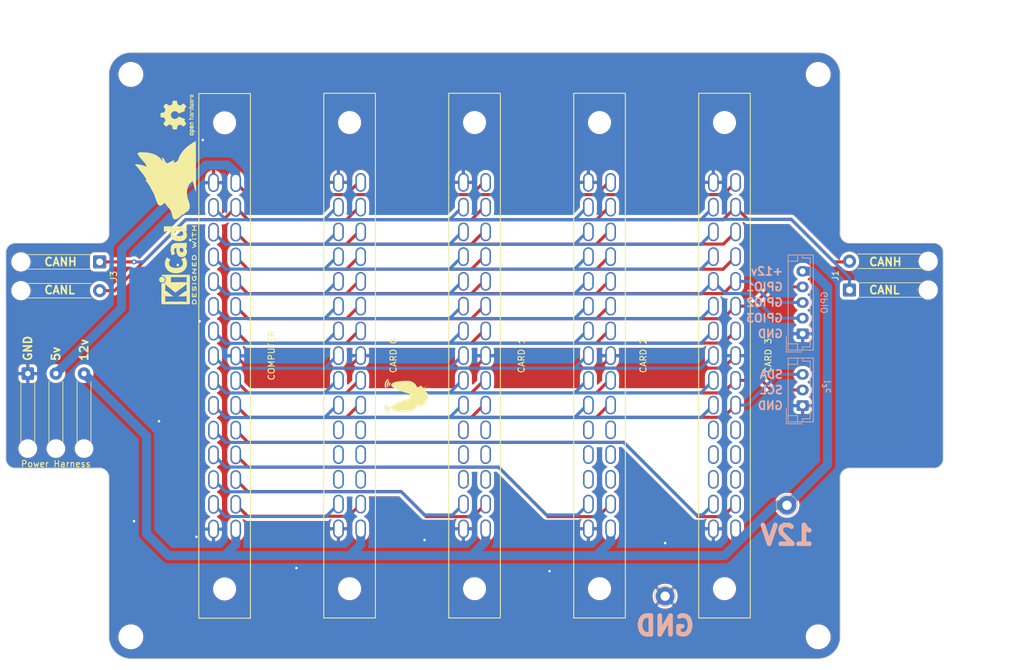
<source format=kicad_pcb>
(kicad_pcb (version 20240108) (generator "pcbnew") (generator_version "8.0")
  (layers (0 "F.Cu" signal) (31 "B.Cu" signal) (34 "B.Paste" user) (35 "F.Paste" user) (36 "B.SilkS" user "B.Silkscreen") (37 "F.SilkS" user "F.Silkscreen") (38 "B.Mask" user) (39 "F.Mask" user) (44 "Edge.Cuts" user))
  (net 0 "")
  (net 1 "+5V")
  (net 2 "/CARD_EN_0")
  (net 3 "/CARD_EN_1")
  (net 4 "/CARD_EN_2")
  (net 5 "/CARD_EN_3")
  (net 6 "GND")
  (net 7 "+12V")
  (net 8 "/CARD_SEL_0")
  (net 9 "/CARD_SEL_1")
  (net 10 "/CARD_SEL_2")
  (net 11 "/CARD_SEL_3")
  (net 12 "/I2C_CLK")
  (net 13 "/I2C_SDA")
  (net 14 "/SPI_CLK")
  (net 15 "/SPI_SDA1")
  (net 16 "/SPI_SDA2")
  (net 17 "/SPI_SDO")
  (net 18 "/SPI_SDA3")
  (net 19 "/GPIO1")
  (net 20 "/SPI_SDA4")
  (net 21 "/GPIO2")
  (net 22 "/GPIO3")
  (net 23 "/UNUSED1")
  (net 24 "/UNUSED2")
  (net 25 "/UNUSED3")
  (net 26 "/UNUSED4")
  (net 27 "/CANH")
  (net 28 "/CANL")
  (footprint "KenwoodFox:fennec_logo_solid_small" (layer "F.Cu") (at -11 6.5 90)
    (property "Reference" "LOGO2" (hide yes))
    (property "Value" "LOGO" (hide yes))
  )
  (footprint "Symbol:KiCad-Logo2_5mm_SilkScreen" (layer "F.Cu") (at -47.5 -14.5 90)
    (property "Reference" "LOGO5" (hide yes))
    (property "Value" "KiCad-Logo2_5mm_SilkScreen" (hide yes))
  )
  (footprint "MountingHole:MountingHole_3.5mm" (layer "F.Cu") (at 55 -45)
    (property "Reference" "H103" (hide yes))
    (property "Value" "MountingHole")
  )
  (footprint "KenwoodFox:KITSUNE_LOGO" (layer "F.Cu") (at -49.5 -28 90)
    (property "Reference" "LOGO1" (hide yes))
    (property "Value" "LOGO" (hide yes))
  )
  (footprint "MountingHole:MountingHole_3.5mm" (layer "F.Cu") (at -55 -45)
    (property "Reference" "H101" (hide yes))
    (property "Value" "MountingHole")
  )
  (footprint "MountingHole:MountingHole_3.5mm" (layer "F.Cu") (at 55 45)
    (property "Reference" "H104" (hide yes))
    (property "Value" "MountingHole")
  )
  (footprint "KenwoodFox:EBM15DSEH" (layer "F.Cu") (at 40 0 90)
    (property "Reference" "U105" (hide yes))
    (property "Value" "CARD 3")
  )
  (footprint "Connector_Wire:SolderWire-0.5sqmm_1x02_P4.6mm_D0.9mm_OD2.1mm_Relief" (layer "F.Cu") (at 60 -10.5 90)
    (property "Reference" "J1")
    (property "Value" "CAN")
  )
  (footprint "Connector_Wire:SolderWire-0.5sqmm_1x02_P4.6mm_D0.9mm_OD2.1mm_Relief" (layer "F.Cu") (at -60 -15 -90)
    (property "Reference" "J3")
    (property "Value" "CAN")
  )
  (footprint "MountingHole:MountingHole_3.5mm" (layer "F.Cu") (at -55 45)
    (property "Reference" "H102" (hide yes))
    (property "Value" "MountingHole")
  )
  (footprint "KenwoodFox:EBM15DSEH" (layer "F.Cu") (at 20 0 90)
    (property "Reference" "U104" (hide yes))
    (property "Value" "CARD 2")
  )
  (footprint "Symbol:OSHW-Logo2_7.3x6mm_SilkScreen" (layer "F.Cu") (at -47.5 -38.5 90)
    (property "Reference" "LOGO3" (hide yes))
    (property "Value" "OSHW-Logo2_7.3x6mm_SilkScreen" (hide yes))
  )
  (footprint "KenwoodFox:EBM15DSEH" (layer "F.Cu") (at -20 0 90)
    (property "Reference" "U102" (hide yes))
    (property "Value" "CARD 0")
  )
  (footprint "Connector_Wire:SolderWire-0.25sqmm_1x03_P4.5mm_D0.65mm_OD2mm_Relief" (layer "F.Cu") (at -71.5 2.875)
    (property "Reference" "J2" (hide yes))
    (property "Value" "Power Harness")
  )
  (footprint "KenwoodFox:EBM15DSEH" (layer "F.Cu") (at -40 0.04 90)
    (property "Reference" "U101" (hide yes))
    (property "Value" "COMPUTER")
  )
  (footprint "KenwoodFox:EBM15DSEH" (layer "F.Cu") (at 0 0 90)
    (property "Reference" "U103" (hide yes))
    (property "Value" "CARD 1")
  )
  (footprint "Connector_JST:JST_EH_B3B-EH-A_1x03_P2.50mm_Vertical" (layer "B.Cu") (at 52.5 8 90)
    (property "Reference" "J102" (hide yes))
    (property "Value" "i²c")
  )
  (footprint "TestPoint:TestPoint_Loop_D2.54mm_Drill1.5mm_Beaded" (layer "B.Cu") (at 30.5 38.5 180)
    (property "Reference" "TP102" (hide yes))
    (property "Value" "TestPoint")
  )
  (footprint "TestPoint:TestPoint_Loop_D2.54mm_Drill1.5mm_Beaded" (layer "B.Cu") (at 50 23.95 180)
    (property "Reference" "TP101" (hide yes))
    (property "Value" "TestPoint")
  )
  (footprint "Connector_JST:JST_EH_B5B-EH-A_1x05_P2.50mm_Vertical" (layer "B.Cu") (at 52.5 -3.5 90)
    (property "Reference" "J104" (hide yes))
    (property "Value" "GPIO")
  )
  (gr_arc (start 55 -48.5) (mid 57.474874 -47.474874) (end 58.5 -45) (stroke (width 0.1)) (layer "Edge.Cuts"))
  (gr_arc (start -73.5 18) (mid -74.56066 17.56066) (end -75 16.5) (stroke (width 0.1)) (layer "Edge.Cuts"))
  (gr_arc (start -58.5 -19.5) (mid -58.93934 -18.43934) (end -60 -18) (stroke (width 0.1)) (layer "Edge.Cuts"))
  (gr_line (start -75 16.5) (end -75 -16.5) (stroke (width 0.1)) (layer "Edge.Cuts"))
  (gr_arc (start 75 16.5) (mid 74.56066 17.56066) (end 73.5 18) (stroke (width 0.1)) (layer "Edge.Cuts"))
  (gr_line (start 75 -16.5) (end 75 16.5) (stroke (width 0.1)) (layer "Edge.Cuts"))
  (gr_arc (start -55 48.5) (mid -57.474874 47.474874) (end -58.5 45) (stroke (width 0.1)) (layer "Edge.Cuts"))
  (gr_line (start 58.5 45) (end 58.5 19.5) (stroke (width 0.1)) (layer "Edge.Cuts"))
  (gr_line (start -55 -48.5) (end 55 -48.5) (stroke (width 0.1)) (layer "Edge.Cuts"))
  (gr_arc (start -60 18) (mid -58.93934 18.43934) (end -58.5 19.5) (stroke (width 0.1)) (layer "Edge.Cuts"))
  (gr_line (start -58.5 -45) (end -58.5 -19.5) (stroke (width 0.1)) (layer "Edge.Cuts"))
  (gr_arc (start 60 -18) (mid 58.93934 -18.43934) (end 58.5 -19.5) (stroke (width 0.1)) (layer "Edge.Cuts"))
  (gr_line (start 58.5 -19.5) (end 58.5 -45) (stroke (width 0.1)) (layer "Edge.Cuts"))
  (gr_arc (start -75 -16.5) (mid -74.56066 -17.56066) (end -73.5 -18) (stroke (width 0.1)) (layer "Edge.Cuts"))
  (gr_arc (start 58.5 19.5) (mid 58.93934 18.43934) (end 60 18) (stroke (width 0.1)) (layer "Edge.Cuts"))
  (gr_line (start -73.5 18) (end -60 18) (stroke (width 0.1)) (layer "Edge.Cuts"))
  (gr_line (start -58.5 19.5) (end -58.5 45) (stroke (width 0.1)) (layer "Edge.Cuts"))
  (gr_arc (start -58.49999 -44.99999) (mid -57.47487 -47.474863) (end -55 -48.5) (stroke (width 0.1)) (layer "Edge.Cuts"))
  (gr_arc (start 58.5 45) (mid 57.474874 47.474874) (end 55 48.5) (stroke (width 0.1)) (layer "Edge.Cuts"))
  (gr_line (start 73.5 18) (end 60 18) (stroke (width 0.1)) (layer "Edge.Cuts"))
  (gr_line (start 55 48.5) (end -55 48.5) (stroke (width 0.1)) (layer "Edge.Cuts"))
  (gr_line (start 73.5 -18) (end 60 -18) (stroke (width 0.1)) (layer "Edge.Cuts"))
  (gr_arc (start 73.5 -18) (mid 74.56066 -17.56066) (end 75 -16.5) (stroke (width 0.1)) (layer "Edge.Cuts"))
  (gr_line (start -73.5 -18) (end -60 -18) (stroke (width 0.1)) (layer "Edge.Cuts"))
  (gr_text "+12v" (at 49.5 -13.5 0) (layer "B.SilkS") (effects (font (size 1.3 1.3) (thickness 0.27) (bold yes)) (justify left mirror)))
  (gr_text "GPIO2" (at 49.5 -8.5 0) (layer "B.SilkS") (effects (font (size 1.3 1.3) (thickness 0.27) (bold yes)) (justify left mirror)))
  (gr_text "12V" (at 50 27 0) (layer "B.SilkS") (effects (font (size 3 3) (thickness 0.75) (bold yes)) (justify top mirror)))
  (gr_text "GND" (at 49.5 -3.5 0) (layer "B.SilkS") (effects (font (size 1.3 1.3) (thickness 0.27) (bold yes)) (justify left mirror)))
  (gr_text "SDA" (at 49.5 3 0) (layer "B.SilkS") (effects (font (size 1.3 1.3) (thickness 0.27) (bold yes)) (justify left mirror)))
  (gr_text "GND" (at 49.5 8 0) (layer "B.SilkS") (effects (font (size 1.3 1.3) (thickness 0.27) (bold yes)) (justify left mirror)))
  (gr_text "GPIO3" (at 49.5 -6 0) (layer "B.SilkS") (effects (font (size 1.3 1.3) (thickness 0.27) (bold yes)) (justify left mirror)))
  (gr_text "SCL" (at 49.5 5.5 0) (layer "B.SilkS") (effects (font (size 1.3 1.3) (thickness 0.27) (bold yes)) (justify left mirror)))
  (gr_text "GPIO1" (at 49.5 -11 0) (layer "B.SilkS") (effects (font (size 1.3 1.3) (thickness 0.27) (bold yes)) (justify left mirror)))
  (gr_text "GND" (at 30.5 41.5 0) (layer "B.SilkS") (effects (font (size 3 3) (thickness 0.75) (bold yes)) (justify top mirror)))
  (gr_text "CANH" (at -69 -15 -0) (layer "F.SilkS") (effects (font (size 1.3 1.3) (thickness 0.27) (bold yes)) (justify left)))
  (gr_text "CANL" (at -69 -10.5 -0) (layer "F.SilkS") (effects (font (size 1.3 1.3) (thickness 0.27) (bold yes)) (justify left)))
  (gr_text "GND" (at -71.5 1 90) (layer "F.SilkS") (effects (font (size 1.3 1.3) (thickness 0.27) (bold yes)) (justify left)))
  (gr_text "CANH" (at 63 -15 -0) (layer "F.SilkS") (effects (font (size 1.3 1.3) (thickness 0.27) (bold yes)) (justify left)))
  (gr_text "CANL" (at 63 -10.5 -0) (layer "F.SilkS") (effects (font (size 1.3 1.3) (thickness 0.27) (bold yes)) (justify left)))
  (gr_text "12v" (at -62.5 1 90) (layer "F.SilkS") (effects (font (size 1.3 1.3) (thickness 0.27) (bold yes)) (justify left)))
  (gr_text "5v" (at -67 1 90) (layer "F.SilkS") (effects (font (size 1.3 1.3) (thickness 0.27) (bold yes)) (justify left)))
  (segment (start 21.45 -27.72) (end 19.5 -25.77) (width 0.5) (layer "F.Cu") (net 1))
  (segment (start 21.78 -27.72) (end 21.45 -27.72) (width 0.5) (layer "F.Cu") (net 1))
  (segment (start -36.31 -25.77) (end -38.22 -27.68) (width 0.5) (layer "F.Cu") (net 1))
  (segment (start -20.5 -25.77) (end -36.31 -25.77) (width 0.5) (layer "F.Cu") (net 1))
  (segment (start 1.45 -27.72) (end -0.5 -25.77) (width 0.5) (layer "F.Cu") (net 1))
  (segment (start 19.5 -25.77) (end -0.5 -25.77) (width 0.5) (layer "F.Cu") (net 1))
  (segment (start 1.78 -27.72) (end 1.45 -27.72) (width 0.5) (layer "F.Cu") (net 1))
  (segment (start 39.83 -25.77) (end 19.5 -25.77) (width 0.5) (layer "F.Cu") (net 1))
  (segment (start -18.55 -27.72) (end -20.5 -25.77) (width 0.5) (layer "F.Cu") (net 1))
  (segment (start -0.5 -25.77) (end -20.5 -25.77) (width 0.5) (layer "F.Cu") (net 1))
  (segment (start 41.78 -27.72) (end 39.83 -25.77) (width 0.5) (layer "F.Cu") (net 1))
  (segment (start -18.22 -27.72) (end -18.55 -27.72) (width 0.5) (layer "F.Cu") (net 1))
  (segment (start -56.5 -17) (end -56.5 -7.625) (width 1.45) (layer "B.Cu") (net 1))
  (segment (start -56.5 -7.625) (end -67 2.875) (width 1.45) (layer "B.Cu") (net 1))
  (segment (start -38.22 -27.68) (end -38.22 -29.22) (width 1.45) (layer "B.Cu") (net 1))
  (segment (start -39.5 -30.5) (end -43 -30.5) (width 1.45) (layer "B.Cu") (net 1))
  (segment (start -43 -30.5) (end -56.5 -17) (width 1.45) (layer "B.Cu") (net 1))
  (segment (start -38.22 -29.22) (end -39.5 -30.5) (width 1.45) (layer "B.Cu") (net 1))
  (segment (start -20.17 25.71) (end -18.22 23.76) (width 0.5) (layer "F.Cu") (net 2))
  (segment (start -36.31 25.71) (end -20.17 25.71) (width 0.5) (layer "F.Cu") (net 2))
  (segment (start -38.22 23.8) (end -36.31 25.71) (width 0.5) (layer "F.Cu") (net 2))
  (segment (start -7.73 25.77) (end -0.23 25.77) (width 0.5) (layer "F.Cu") (net 3))
  (segment (start -11.75 21.75) (end -7.73 25.77) (width 0.5) (layer "F.Cu") (net 3))
  (segment (start -38.22 19.84) (end -36.31 21.75) (width 0.5) (layer "F.Cu") (net 3))
  (segment (start -36.31 21.75) (end -11.75 21.75) (width 0.5) (layer "F.Cu") (net 3))
  (segment (start -0.23 25.77) (end 1.78 23.76) (width 0.5) (layer "F.Cu") (net 3))
  (segment (start 3.85 17.85) (end 11.77 25.77) (width 0.5) (layer "F.Cu") (net 4))
  (segment (start -36.25 17.85) (end 3.85 17.85) (width 0.5) (layer "F.Cu") (net 4))
  (segment (start 19.77 25.77) (end 21.78 23.76) (width 0.5) (layer "F.Cu") (net 4))
  (segment (start 11.77 25.77) (end 19.77 25.77) (width 0.5) (layer "F.Cu") (net 4))
  (segment (start -38.22 15.88) (end -36.25 17.85) (width 0.5) (layer "F.Cu") (net 4))
  (segment (start 23.89 13.89) (end 35.77 25.77) (width 0.5) (layer "F.Cu") (net 5))
  (segment (start 39.77 25.77) (end 41.78 23.76) (width 0.5) (layer "F.Cu") (net 5))
  (segment (start 35.77 25.77) (end 39.77 25.77) (width 0.5) (layer "F.Cu") (net 5))
  (segment (start -36.25 13.89) (end 23.89 13.89) (width 0.5) (layer "F.Cu") (net 5))
  (segment (start -38.22 11.92) (end -36.25 13.89) (width 0.5) (layer "F.Cu") (net 5))
  (segment (start -20.22 2) (end 0 2) (width 0.5) (layer "F.Cu") (net 6))
  (segment (start 18.22 27.72) (end 18.22 27.22) (width 0.5) (layer "F.Cu") (net 6))
  (segment (start 39.78 2) (end 41.78 0) (width 0.5) (layer "F.Cu") (net 6))
  (segment (start -21.78 27.72) (end -21.78 27.22) (width 0.5) (layer "F.Cu") (net 6))
  (segment (start -1.78 27.72) (end -1.78 26.76) (width 0.5) (layer "F.Cu") (net 6))
  (segment (start 1.78 0.22) (end 0 2) (width 0.5) (layer "F.Cu") (net 6))
  (segment (start -20.22 2) (end -18.22 0) (width 0.5) (layer "F.Cu") (net 6))
  (segment (start 1.78 0) (end 1.78 0.22) (width 0.5) (layer "F.Cu") (net 6))
  (segment (start 52.42 7.92) (end 52.5 8) (width 0.5) (layer "F.Cu") (net 6))
  (segment (start 21.78 0) (end 21.78 0.22) (width 0.5) (layer "F.Cu") (net 6))
  (segment (start 20 2) (end 39.78 2) (width 0.5) (layer "F.Cu") (net 6))
  (segment (start 21.78 0.22) (end 20 2) (width 0.5) (layer "F.Cu") (net 6))
  (segment (start -38.22 0.04) (end -36.26 2) (width 0.5) (layer "F.Cu") (net 6))
  (segment (start -36.26 2) (end -20.22 2) (width 0.5) (layer "F.Cu") (net 6))
  (segment (start 0 2) (end 20 2) (width 0.5) (layer "F.Cu") (net 6))
  (via (at 30.5 30) (size 0.8) (drill 0.4) (layers "F.Cu" "B.Cu") (net 6))
  (via (at -8 29.5) (size 0.8) (drill 0.4) (layers "F.Cu" "B.Cu") (net 6))
  (via (at -43.5 -34.5) (size 0.8) (drill 0.4) (layers "F.Cu" "B.Cu") (net 6))
  (via (at -44.5 29) (size 0.8) (drill 0.4) (layers "F.Cu" "B.Cu") (net 6))
  (via (at -28.5 34) (size 0.8) (drill 0.4) (layers "F.Cu" "B.Cu") (net 6))
  (via (at -47.5 -14.5) (size 0.8) (drill 0.4) (layers "F.Cu" "B.Cu") (net 6))
  (via (at -44 -5.5) (size 0.8) (drill 0.4) (layers "F.Cu" "B.Cu") (net 6))
  (via (at 12 34.5) (size 0.8) (drill 0.4) (layers "F.Cu" "B.Cu") (net 6))
  (via (at -54.5 26.5) (size 0.8) (drill 0.4) (layers "F.Cu" "B.Cu") (net 6))
  (via (at -50.5 10.5) (size 0.8) (drill 0.4) (layers "F.Cu" "B.Cu") (net 6))
  (via (at -45.5 -18.5) (size 0.8) (drill 0.4) (layers "F.Cu" "B.Cu") (net 6))
  (segment (start 1.78 27.72) (end 1.78 27.32) (width 0.5) (layer "B.Cu") (net 7))
  (segment (start 21.78 27.72) (end 21.78 27.32) (width 0.5) (layer "B.Cu") (net 7))
  (segment (start -20 32) (end -18.22 30.22) (width 1.45) (layer "B.Cu") (net 7))
  (segment (start -62.5 2.875) (end -52.5 12.875) (width 1.45) (layer "B.Cu") (net 7))
  (segment (start -0.5 32) (end 19.5 32) (width 1.45) (layer "B.Cu") (net 7))
  (segment (start 19.5 32) (end 40 32) (width 1.45) (layer "B.Cu") (net 7))
  (segment (start -40 32) (end -20 32) (width 1.45) (layer "B.Cu") (net 7))
  (segment (start -49 32) (end -40 32) (width 1.45) (layer "B.Cu") (net 7))
  (segment (start -40 32) (end -38.22 30.22) (width 1.45) (layer "B.Cu") (net 7))
  (segment (start 40 32) (end 41.78 30.22) (width 1.45) (layer "B.Cu") (net 7))
  (segment (start 48.05 23.95) (end 50 23.95) (width 1.45) (layer "B.Cu") (net 7))
  (segment (start -18.22 30.22) (end -18.22 27.72) (width 1.45) (layer "B.Cu") (net 7))
  (segment (start 1.78 29.72) (end 1.78 27.72) (width 1.45) (layer "B.Cu") (net 7))
  (segment (start 41.78 30.22) (end 41.78 27.72) (width 1.45) (layer "B.Cu") (net 7))
  (segment (start -20 32) (end -0.5 32) (width 1.45) (layer "B.Cu") (net 7))
  (segment (start -52.5 28.5) (end -49 32) (width 1.45) (layer "B.Cu") (net 7))
  (segment (start 56.5 17.45) (end 56.5 -11) (width 1.45) (layer "B.Cu") (net 7))
  (segment (start -0.5 32) (end 1.78 29.72) (width 1.45) (layer "B.Cu") (net 7))
  (segment (start 19.5 32) (end 21.78 29.72) (width 1.45) (layer "B.Cu") (net 7))
  (segment (start -52.5 12.875) (end -52.5 28.5) (width 1.45) (layer "B.Cu") (net 7))
  (segment (start 41.78 30.22) (end 48.05 23.95) (width 1.45) (layer "B.Cu") (net 7))
  (segment (start -18.22 27.72) (end -18.22 27.32) (width 0.5) (layer "B.Cu") (net 7))
  (segment (start 54 -13.5) (end 52.5 -13.5) (width 1.45) (layer "B.Cu") (net 7))
  (segment (start 21.78 29.72) (end 21.78 27.72) (width 1.45) (layer "B.Cu") (net 7))
  (segment (start 50 23.95) (end 56.5 17.45) (width 1.45) (layer "B.Cu") (net 7))
  (segment (start 56.5 -11) (end 54 -13.5) (width 1.45) (layer "B.Cu") (net 7))
  (segment (start -38.22 30.22) (end -38.22 27.72) (width 1.45) (layer "B.Cu") (net 7))
  (segment (start -23.77 25.75) (end -21.78 23.76) (width 0.5) (layer "B.Cu") (net 8))
  (segment (start -39.83 25.75) (end -23.77 25.75) (width 0.5) (layer "B.Cu") (net 8))
  (segment (start -41.78 23.8) (end -39.83 25.75) (width 0.5) (layer "B.Cu") (net 8))
  (segment (start -11.71 21.79) (end -8 25.5) (width 0.5) (layer "B.Cu") (net 9))
  (segment (start -39.83 21.79) (end -11.71 21.79) (width 0.5) (layer "B.Cu") (net 9))
  (segment (start -8 25.5) (end -3.52 25.5) (width 0.5) (layer "B.Cu") (net 9))
  (segment (start -3.52 25.5) (end -1.78 23.76) (width 0.5) (layer "B.Cu") (net 9))
  (segment (start -41.78 19.84) (end -39.83 21.79) (width 0.5) (layer "B.Cu") (net 9))
  (segment (start 3.83 17.83) (end 11.5 25.5) (width 0.5) (layer "B.Cu") (net 10))
  (segment (start -39.83 17.83) (end 3.83 17.83) (width 0.5) (layer "B.Cu") (net 10))
  (segment (start 11.5 25.5) (end 16.5 25.5) (width 0.5) (layer "B.Cu") (net 10))
  (segment (start -41.78 15.88) (end -39.83 17.83) (width 0.5) (layer "B.Cu") (net 10))
  (segment (start 16.5 25.5) (end 16.5 25.48) (width 0.5) (layer "B.Cu") (net 10))
  (segment (start 16.5 25.48) (end 18.22 23.76) (width 0.5) (layer "B.Cu") (net 10))
  (segment (start 36.48 25.5) (end 38.22 23.76) (width 0.5) (layer "B.Cu") (net 11))
  (segment (start 23.89 13.89) (end 35.5 25.5) (width 0.5) (layer "B.Cu") (net 11))
  (segment (start 35.5 25.5) (end 36.48 25.5) (width 0.5) (layer "B.Cu") (net 11))
  (segment (start -41.78 11.92) (end -39.81 13.89) (width 0.5) (layer "B.Cu") (net 11))
  (segment (start -39.81 13.89) (end 23.89 13.89) (width 0.5) (layer "B.Cu") (net 11))
  (segment (start 21.78 7.92) (end 21.45 7.92) (width 0.5) (layer "F.Cu") (net 12))
  (segment (start -18.55 7.92) (end -20.5 9.87) (width 0.5) (layer "F.Cu") (net 12))
  (segment (start 1.45 7.92) (end -0.5 9.87) (width 0.5) (layer "F.Cu") (net 12))
  (segment (start -36.31 9.87) (end -20.5 9.87) (width 0.5) (layer "F.Cu") (net 12))
  (segment (start -38.22 7.96) (end -36.31 9.87) (width 0.5) (layer "F.Cu") (net 12))
  (segment (start 1.78 7.92) (end 1.45 7.92) (width 0.5) (layer "F.Cu") (net 12))
  (segment (start 21.45 7.92) (end 19.5 9.87) (width 0.5) (layer "F.Cu") (net 12))
  (segment (start 19.5 9.87) (end 39.83 9.87) (width 0.5) (layer "F.Cu") (net 12))
  (segment (start 39.83 9.87) (end 41.78 7.92) (width 0.5) (layer "F.Cu") (net 12))
  (segment (start -20.5 9.87) (end -0.5 9.87) (width 0.5) (layer "F.Cu") (net 12))
  (segment (start -18.22 7.92) (end -18.55 7.92) (width 0.5) (layer "F.Cu") (net 12))
  (segment (start -0.5 9.87) (end 19.5 9.87) (width 0.5) (layer "F.Cu") (net 12))
  (segment (start 43.58 7.92) (end 48.5 3) (width 0.5) (layer "B.Cu") (net 12))
  (segment (start 41.78 7.92) (end 43.58 7.92) (width 0.5) (layer "B.Cu") (net 12))
  (segment (start 48.5 3) (end 52.5 3) (width 0.5) (layer "B.Cu") (net 12))
  (segment (start -36.25 5.97) (end -20.5 5.97) (width 0.5) (layer "F.Cu") (net 13))
  (segment (start 39.77 5.97) (end 41.78 3.96) (width 0.5) (layer "F.Cu") (net 13))
  (segment (start 1.78 3.96) (end 1.51 3.96) (width 0.5) (layer "F.Cu") (net 13))
  (segment (start 47.5 5.5) (end 52.5 5.5) (width 0.5) (layer "F.Cu") (net 13))
  (segment (start -0.5 5.97) (end 19.5 5.97) (width 0.5) (layer "F.Cu") (net 13))
  (segment (start -18.22 3.96) (end -18.49 3.96) (width 0.5) (layer "F.Cu") (net 13))
  (segment (start -18.49 3.96) (end -20.5 5.97) (width 0.5) (layer "F.Cu") (net 13))
  (segment (start 21.51 3.96) (end 19.5 5.97) (width 0.5) (layer "F.Cu") (net 13))
  (segment (start 21.78 3.96) (end 21.51 3.96) (width 0.5) (layer "F.Cu") (net 13))
  (segment (start 1.51 3.96) (end -0.5 5.97) (width 0.5) (layer "F.Cu") (net 13))
  (segment (start 19.5 5.97) (end 39.77 5.97) (width 0.5) (layer "F.Cu") (net 13))
  (segment (start 41.78 3.96) (end 45.96 3.96) (width 0.5) (layer "F.Cu") (net 13))
  (segment (start -20.5 5.97) (end -0.5 5.97) (width 0.5) (layer "F.Cu") (net 13))
  (segment (start -38.22 4) (end -36.25 5.97) (width 0.5) (layer "F.Cu") (net 13))
  (segment (start 45.96 3.96) (end 47.5 5.5) (width 0.5) (layer "F.Cu") (net 13))
  (segment (start -22.01 7.92) (end -24 9.91) (width 0.5) (layer "B.Cu") (net 14))
  (segment (start -39.83 9.91) (end -24 9.91) (width 0.5) (layer "B.Cu") (net 14))
  (segment (start -2.01 7.92) (end -4 9.91) (width 0.5) (layer "B.Cu") (net 14))
  (segment (start 17.99 7.92) (end 16 9.91) (width 0.5) (layer "B.Cu") (net 14))
  (segment (start -4 9.91) (end 16 9.91) (width 0.5) (layer "B.Cu") (net 14))
  (segment (start 36.23 9.91) (end 38.22 7.92) (width 0.5) (layer "B.Cu") (net 14))
  (segment (start -24 9.91) (end -4 9.91) (width 0.5) (layer "B.Cu") (net 14))
  (segment (start 18.22 7.92) (end 17.99 7.92) (width 0.5) (layer "B.Cu") (net 14))
  (segment (start 16 9.91) (end 36.23 9.91) (width 0.5) (layer "B.Cu") (net 14))
  (segment (start -41.78 7.96) (end -39.83 9.91) (width 0.5) (layer "B.Cu") (net 14))
  (segment (start -1.78 7.92) (end -2.01 7.92) (width 0.5) (layer "B.Cu") (net 14))
  (segment (start -21.78 7.92) (end -22.01 7.92) (width 0.5) (layer "B.Cu") (net 14))
  (segment (start -41.78 4) (end -39.81 5.97) (width 0.5) (layer "B.Cu") (net 15))
  (segment (start -24 5.97) (end -4 5.97) (width 0.5) (layer "B.Cu") (net 15))
  (segment (start -4 5.97) (end 16 5.97) (width 0.5) (layer "B.Cu") (net 15))
  (segment (start 16 5.97) (end 36.21 5.97) (width 0.5) (layer "B.Cu") (net 15))
  (segment (start -21.99 3.96) (end -24 5.97) (width 0.5) (layer "B.Cu") (net 15))
  (segment (start -1.99 3.96) (end -4 5.97) (width 0.5) (layer "B.Cu") (net 15))
  (segment (start 18.01 3.96) (end 16 5.97) (width 0.5) (layer "B.Cu") (net 15))
  (segment (start 18.22 3.96) (end 18.01 3.96) (width 0.5) (layer "B.Cu") (net 15))
  (segment (start 36.21 5.97) (end 38.22 3.96) (width 0.5) (layer "B.Cu") (net 15))
  (segment (start -1.78 3.96) (end -1.99 3.96) (width 0.5) (layer "B.Cu") (net 15))
  (segment (start -21.78 3.96) (end -21.99 3.96) (width 0.5) (layer "B.Cu") (net 15))
  (segment (start -39.81 5.97) (end -24 5.97) (width 0.5) (layer "B.Cu") (net 15))
  (segment (start 18.22 0) (end 18.01 0) (width 0.5) (layer "B.Cu") (net 16))
  (segment (start -1.78 0) (end -1.99 0) (width 0.5) (layer "B.Cu") (net 16))
  (segment (start -21.78 0) (end -21.99 0) (width 0.5) (layer "B.Cu") (net 16))
  (segment (start -4 2.01) (end 16 2.01) (width 0.5) (layer "B.Cu") (net 16))
  (segment (start 36.21 2.01) (end 38.22 0) (width 0.5) (layer "B.Cu") (net 16))
  (segment (start 18.01 0) (end 16 2.01) (width 0.5) (layer "B.Cu") (net 16))
  (segment (start -39.81 2.01) (end -24 2.01) (width 0.5) (layer "B.Cu") (net 16))
  (segment (start -24 2.01) (end -4 2.01) (width 0.5) (layer "B.Cu") (net 16))
  (segment (start -21.99 0) (end -24 2.01) (width 0.5) (layer "B.Cu") (net 16))
  (segment (start -1.99 0) (end -4 2.01) (width 0.5) (layer "B.Cu") (net 16))
  (segment (start -41.78 0.04) (end -39.81 2.01) (width 0.5) (layer "B.Cu") (net 16))
  (segment (start 16 2.01) (end 36.21 2.01) (width 0.5) (layer "B.Cu") (net 16))
  (segment (start 21.78 -3.96) (end 21.45 -3.96) (width 0.5) (layer "F.Cu") (net 17))
  (segment (start 1.78 -3.96) (end 1.45 -3.96) (width 0.5) (layer "F.Cu") (net 17))
  (segment (start -0.5 -2.01) (end 19.5 -2.01) (width 0.5) (layer "F.Cu") (net 17))
  (segment (start -18.22 -3.96) (end -18.55 -3.96) (width 0.5) (layer "F.Cu") (net 17))
  (segment (start 19.5 -2.01) (end 39.83 -2.01) (width 0.5) (layer "F.Cu") (net 17))
  (segment (start -38.22 -3.92) (end -36.31 -2.01) (width 0.5) (layer "F.Cu") (net 17))
  (segment (start -36.31 -2.01) (end -20.5 -2.01) (width 0.5) (layer "F.Cu") (net 17))
  (segment (start -20.5 -2.01) (end -0.5 -2.01) (width 0.5) (layer "F.Cu") (net 17))
  (segment (start -18.55 -3.96) (end -20.5 -2.01) (width 0.5) (layer "F.Cu") (net 17))
  (segment (start 21.45 -3.96) (end 19.5 -2.01) (width 0.5) (layer "F.Cu") (net 17))
  (segment (start 39.83 -2.01) (end 41.78 -3.96) (width 0.5) (layer "F.Cu") (net 17))
  (segment (start 1.45 -3.96) (end -0.5 -2.01) (width 0.5) (layer "F.Cu") (net 17))
  (segment (start -2.01 -3.96) (end -4 -1.97) (width 0.5) (layer "B.Cu") (net 18))
  (segment (start -4 -1.97) (end 16 -1.97) (width 0.5) (layer "B.Cu") (net 18))
  (segment (start -24 -1.97) (end -4 -1.97) (width 0.5) (layer "B.Cu") (net 18))
  (segment (start 17.96 -3.96) (end 16 -2) (width 0.5) (layer "B.Cu") (net 18))
  (segment (start 18.22 -3.96) (end 17.96 -3.96) (width 0.5) (layer "B.Cu") (net 18))
  (segment (start 16 -2) (end 16 -1.97) (width 0.5) (layer "B.Cu") (net 18))
  (segment (start 36.23 -1.97) (end 38.22 -3.96) (width 0.5) (layer "B.Cu") (net 18))
  (segment (start -22.01 -3.96) (end -24 -1.97) (width 0.5) (layer "B.Cu") (net 18))
  (segment (start 16 -1.97) (end 36.23 -1.97) (width 0.5) (layer "B.Cu") (net 18))
  (segment (start -21.78 -3.96) (end -22.01 -3.96) (width 0.5) (layer "B.Cu") (net 18))
  (segment (start -1.78 -3.96) (end -2.01 -3.96) (width 0.5) (layer "B.Cu") (net 18))
  (segment (start -41.78 -3.92) (end -39.83 -1.97) (width 0.5) (layer "B.Cu") (net 18))
  (segment (start -39.83 -1.97) (end -24 -1.97) (width 0.5) (layer "B.Cu") (net 18))
  (segment (start 47.5 -11) (end 52.5 -11) (width 0.5) (layer "F.Cu") (net 19))
  (segment (start -18.49 -7.92) (end -20.5 -5.91) (width 0.5) (layer "F.Cu") (net 19))
  (segment (start 39.77 -5.91) (end 41.78 -7.92) (width 0.5) (layer "F.Cu") (net 19))
  (segment (start -38.22 -7.88) (end -36.25 -5.91) (width 0.5) (layer "F.Cu") (net 19))
  (segment (start -18.22 -7.92) (end -18.49 -7.92) (width 0.5) (layer "F.Cu") (net 19))
  (segment (start -20.5 -5.91) (end -0.5 -5.91) (width 0.5) (layer "F.Cu") (net 19))
  (segment (start -36.25 -5.91) (end -20.5 -5.91) (width 0.5) (layer "F.Cu") (net 19))
  (segment (start 41.78 -7.92) (end 44.42 -7.92) (width 0.5) (layer "F.Cu") (net 19))
  (segment (start -0.5 -5.91) (end 19.5 -5.91) (width 0.5) (layer "F.Cu") (net 19))
  (segment (start 1.51 -7.92) (end -0.5 -5.91) (width 0.5) (layer "F.Cu") (net 19))
  (segment (start 21.51 -7.92) (end 19.5 -5.91) (width 0.5) (layer "F.Cu") (net 19))
  (segment (start 19.5 -5.91) (end 39.77 -5.91) (width 0.5) (layer "F.Cu") (net 19))
  (segment (start 44.42 -7.92) (end 47.5 -11) (width 0.5) (layer "F.Cu") (net 19))
  (segment (start 21.78 -7.92) (end 21.51 -7.92) (width 0.5) (layer "F.Cu") (net 19))
  (segment (start 1.78 -7.92) (end 1.51 -7.92) (width 0.5) (layer "F.Cu") (net 19))
  (segment (start -22.01 -7.92) (end -24 -5.93) (width 0.5) (layer "B.Cu") (net 20))
  (segment (start -1.78 -7.92) (end -2.01 -7.92) (width 0.5) (layer "B.Cu") (net 20))
  (segment (start -2.01 -7.92) (end -4 -5.93) (width 0.5) (layer "B.Cu") (net 20))
  (segment (start 36.23 -5.93) (end 38.22 -7.92) (width 0.5) (layer "B.Cu") (net 20))
  (segment (start -41.78 -7.88) (end -39.83 -5.93) (width 0.5) (layer "B.Cu") (net 20))
  (segment (start 18.22 -7.92) (end 17.99 -7.92) (width 0.5) (layer "B.Cu") (net 20))
  (segment (start 16 -5.93) (end 36.23 -5.93) (width 0.5) (layer "B.Cu") (net 20))
  (segment (start 17.99 -7.92) (end 16 -5.93) (width 0.5) (layer "B.Cu") (net 20))
  (segment (start -21.78 -7.92) (end -22.01 -7.92) (width 0.5) (layer "B.Cu") (net 20))
  (segment (start -24 -5.93) (end -4 -5.93) (width 0.5) (layer "B.Cu") (net 20))
  (segment (start -39.83 -5.93) (end -24 -5.93) (width 0.5) (layer "B.Cu") (net 20))
  (segment (start -4 -5.93) (end 16 -5.93) (width 0.5) (layer "B.Cu") (net 20))
  (segment (start -20.5 -9.93) (end -0.5 -9.93) (width 0.5) (layer "F.Cu") (net 21))
  (segment (start -18.22 -11.88) (end -18.55 -11.88) (width 0.5) (layer "F.Cu") (net 21))
  (segment (start -36.31 -9.93) (end -20.5 -9.93) (width 0.5) (layer "F.Cu") (net 21))
  (segment (start 39.83 -9.93) (end 41.78 -11.88) (width 0.5) (layer "F.Cu") (net 21))
  (segment (start 21.45 -11.88) (end 19.5 -9.93) (width 0.5) (layer "F.Cu") (net 21))
  (segment (start 19.5 -9.93) (end 39.83 -9.93) (width 0.5) (layer "F.Cu") (net 21))
  (segment (start -0.5 -9.93) (end 19.5 -9.93) (width 0.5) (layer "F.Cu") (net 21))
  (segment (start 21.78 -11.88) (end 21.45 -11.88) (width 0.5) (layer "F.Cu") (net 21))
  (segment (start -38.22 -11.84) (end -36.31 -9.93) (width 0.5) (layer "F.Cu") (net 21))
  (segment (start 1.78 -11.88) (end 1.45 -11.88) (width 0.5) (layer "F.Cu") (net 21))
  (segment (start 1.45 -11.88) (end -0.5 -9.93) (width 0.5) (layer "F.Cu") (net 21))
  (segment (start -18.55 -11.88) (end -20.5 -9.93) (width 0.5) (layer "F.Cu") (net 21))
  (segment (start 47.5 -8.5) (end 52.5 -8.5) (width 0.5) (layer "B.Cu") (net 21))
  (segment (start 41.78 -11.88) (end 44.12 -11.88) (width 0.5) (layer "B.Cu") (net 21))
  (segment (start 44.12 -11.88) (end 47.5 -8.5) (width 0.5) (layer "B.Cu") (net 21))
  (segment (start -24 -9.87) (end -4 -9.87) (width 0.5) (layer "B.Cu") (net 22))
  (segment (start 18.01 -11.88) (end 16 -9.87) (width 0.5) (layer "B.Cu") (net 22))
  (segment (start 38.22 -11.88) (end 40.17 -9.93) (width 0.5) (layer "B.Cu") (net 22))
  (segment (start -39.81 -9.87) (end -24 -9.87) (width 0.5) (layer "B.Cu") (net 22))
  (segment (start 16 -9.87) (end 36.21 -9.87) (width 0.5) (layer "B.Cu") (net 22))
  (segment (start 40.17 -9.93) (end 44.07 -9.93) (width 0.5) (layer "B.Cu") (net 22))
  (segment (start -21.78 -11.88) (end -21.99 -11.88) (width 0.5) (layer "B.Cu") (net 22))
  (segment (start 48 -6) (end 52.5 -6) (width 0.5) (layer "B.Cu") (net 22))
  (segment (start -4 -9.87) (end 16 -9.87) (width 0.5) (layer "B.Cu") (net 22))
  (segment (start 36.21 -9.87) (end 38.22 -11.88) (width 0.5) (layer "B.Cu") (net 22))
  (segment (start 18.22 -11.88) (end 18.01 -11.88) (width 0.5) (layer "B.Cu") (net 22))
  (segment (start -41.78 -11.84) (end -39.81 -9.87) (width 0.5) (layer "B.Cu") (net 22))
  (segment (start -1.78 -11.88) (end -1.99 -11.88) (width 0.5) (layer "B.Cu") (net 22))
  (segment (start -1.99 -11.88) (end -4 -9.87) (width 0.5) (layer "B.Cu") (net 22))
  (segment (start 44.07 -9.93) (end 48 -6) (width 0.5) (layer "B.Cu") (net 22))
  (segment (start -21.99 -11.88) (end -24 -9.87) (width 0.5) (layer "B.Cu") (net 22))
  (segment (start -38.22 -15.8) (end -36.25 -13.83) (width 0.5) (layer "F.Cu") (net 23))
  (segment (start 1.78 -15.84) (end 1.51 -15.84) (width 0.5) (layer "F.Cu") (net 23))
  (segment (start 19.5 -13.83) (end 39.77 -13.83) (width 0.5) (layer "F.Cu") (net 23))
  (segment (start -18.22 -15.84) (end -18.49 -15.84) (width 0.5) (layer "F.Cu") (net 23))
  (segment (start 39.77 -13.83) (end 41.78 -15.84) (width 0.5) (layer "F.Cu") (net 23))
  (segment (start 21.78 -15.84) (end 21.51 -15.84) (width 0.5) (layer "F.Cu") (net 23))
  (segment (start 1.51 -15.84) (end -0.5 -13.83) (width 0.5) (layer "F.Cu") (net 23))
  (segment (start -36.25 -13.83) (end -20.5 -13.83) (width 0.5) (layer "F.Cu") (net 23))
  (segment (start 21.51 -15.84) (end 19.5 -13.83) (width 0.5) (layer "F.Cu") (net 23))
  (segment (start -0.5 -13.83) (end 19.5 -13.83) (width 0.5) (layer "F.Cu") (net 23))
  (segment (start -20.5 -13.83) (end -0.5 -13.83) (width 0.5) (layer "F.Cu") (net 23))
  (segment (start -18.49 -15.84) (end -20.5 -13.83) (width 0.5) (layer "F.Cu") (net 23))
  (segment (start -1.78 -15.84) (end -2.01 -15.84) (width 0.5) (layer "B.Cu") (net 24))
  (segment (start 36.23 -13.85) (end 38.22 -15.84) (width 0.5) (layer "B.Cu") (net 24))
  (segment (start -22.01 -15.84) (end -24 -13.85) (width 0.5) (layer "B.Cu") (net 24))
  (segment (start -21.78 -15.84) (end -22.01 -15.84) (width 0.5) (layer "B.Cu") (net 24))
  (segment (start -41.78 -15.8) (end -39.83 -13.85) (width 0.5) (layer "B.Cu") (net 24))
  (segment (start -24 -13.85) (end -4 -13.85) (width 0.5) (layer "B.Cu") (net 24))
  (segment (start -39.83 -13.85) (end -24 -13.85) (width 0.5) (layer "B.Cu") (net 24))
  (segment (start -2.01 -15.84) (end -4 -13.85) (width 0.5) (layer "B.Cu") (net 24))
  (segment (start 17.99 -15.84) (end 16 -13.85) (width 0.5) (layer "B.Cu") (net 24))
  (segment (start 18.22 -15.84) (end 17.99 -15.84) (width 0.5) (layer "B.Cu") (net 24))
  (segment (start 16 -13.85) (end 36.23 -13.85) (width 0.5) (layer "B.Cu") (net 24))
  (segment (start -4 -13.85) (end 16 -13.85) (width 0.5) (layer "B.Cu") (net 24))
  (segment (start -20.5 -17.85) (end -0.5 -17.85) (width 0.5) (layer "F.Cu") (net 25))
  (segment (start -38.22 -19.76) (end -36.31 -17.85) (width 0.5) (layer "F.Cu") (net 25))
  (segment (start -18.55 -19.8) (end -20.5 -17.85) (width 0.5) (layer "F.Cu") (net 25))
  (segment (start 1.45 -19.8) (end -0.5 -17.85) (width 0.5) (layer "F.Cu") (net 25))
  (segment (start 21.78 -19.8) (end 21.45 -19.8) (width 0.5) (layer "F.Cu") (net 25))
  (segment (start 21.45 -19.8) (end 19.5 -17.85) (width 0.5) (layer "F.Cu") (net 25))
  (segment (start 1.78 -19.8) (end 1.45 -19.8) (width 0.5) (layer "F.Cu") (net 25))
  (segment (start -0.5 -17.85) (end 19.5 -17.85) (width 0.5) (layer "F.Cu") (net 25))
  (segment (start 19.5 -17.85) (end 39.83 -17.85) (width 0.5) (layer "F.Cu") (net 25))
  (segment (start -36.31 -17.85) (end -20.5 -17.85) (width 0.5) (layer "F.Cu") (net 25))
  (segment (start 39.83 -17.85) (end 41.78 -19.8) (width 0.5) (layer "F.Cu") (net 25))
  (segment (start -18.22 -19.8) (end -18.55 -19.8) (width 0.5) (layer "F.Cu") (net 25))
  (segment (start -41.78 -19.8) (end -41.13 -19.8) (width 0.5) (layer "F.Cu") (net 26))
  (segment (start -22.01 -19.8) (end -24 -17.81) (width 0.5) (layer "B.Cu") (net 26))
  (segment (start 36.23 -17.81) (end 38.22 -19.8) (width 0.5) (layer "B.Cu") (net 26))
  (segment (start 18.22 -19.8) (end 17.99 -19.8) (width 0.5) (layer "B.Cu") (net 26))
  (segment (start -1.78 -19.8) (end -2.01 -19.8) (width 0.5) (layer "B.Cu") (net 26))
  (segment (start 17.99 -19.8) (end 16 -17.81) (width 0.5) (layer "B.Cu") (net 26))
  (segment (start -39.83 -17.81) (end -24 -17.81) (width 0.5) (layer "B.Cu") (net 26))
  (segment (start -41.78 -19.76) (end -39.83 -17.81) (width 0.5) (layer "B.Cu") (net 26))
  (segment (start -4 -17.81) (end 16 -17.81) (width 0.5) (layer "B.Cu") (net 26))
  (segment (start -2.01 -19.8) (end -4 -17.81) (width 0.5) (layer "B.Cu") (net 26))
  (segment (start -21.78 -19.8) (end -22.01 -19.8) (width 0.5) (layer "B.Cu") (net 26))
  (segment (start 16 -17.81) (end 36.23 -17.81) (width 0.5) (layer "B.Cu") (net 26))
  (segment (start -24 -17.81) (end -4 -17.81) (width 0.5) (layer "B.Cu") (net 26))
  (segment (start -36.25 -21.75) (end -20.5 -21.75) (width 0.5) (layer "F.Cu") (net 27))
  (segment (start -18.49 -23.76) (end -20.5 -21.75) (width 0.5) (layer "F.Cu") (net 27))
  (segment (start 1.51 -23.76) (end -0.5 -21.75) (width 0.5) (layer "F.Cu") (net 27))
  (segment (start 21.51 -23.76) (end 19.5 -21.75) (width 0.5) (layer "F.Cu") (net 27))
  (segment (start -18.22 -23.76) (end -18.49 -23.76) (width 0.5) (layer "F.Cu") (net 27))
  (segment (start -46.24005 -21.77) (end -57.61005 -10.4) (width 0.5) (layer "F.Cu") (net 27))
  (segment (start -38.22 -23.72) (end -40.17 -21.77) (width 0.5) (layer "F.Cu") (net 27))
  (segment (start 1.78 -23.76) (end 1.51 -23.76) (width 0.5) (layer "F.Cu") (net 27))
  (segment (start -40.17 -21.77) (end -46.24005 -21.77) (width 0.5) (layer "F.Cu") (net 27))
  (segment (start -38.22 -23.72) (end -36.25 -21.75) (width 0.5) (layer "F.Cu") (net 27))
  (segment (start 50.7 -21.8) (end 57.5 -15) (width 0.5) (layer "F.Cu") (net 27))
  (segment (start 21.78 -23.76) (end 21.51 -23.76) (width 0.5) (layer "F.Cu") (net 27))
  (segment (start 19.5 -21.75) (end 39.77 -21.75) (width 0.5) (layer "F.Cu") (net 27))
  (segment (start 41.78 -23.76) (end 43.74 -21.8) (width 0.5) (layer "F.Cu") (net 27))
  (segment (start -0.5 -21.75) (end 19.5 -21.75) (width 0.5) (layer "F.Cu") (net 27))
  (segment (start 39.77 -21.75) (end 41.78 -23.76) (width 0.5) (layer "F.Cu") (net 27))
  (segment (start -20.5 -21.75) (end -0.5 -21.75) (width 0.5) (layer "F.Cu") (net 27))
  (segment (start 43.74 -21.8) (end 50.7 -21.8) (width 0.5) (layer "F.Cu") (net 27))
  (segment (start -57.61005 -10.4) (end -60 -10.4) (width 0.5) (layer "F.Cu") (net 27))
  (segment (start 57.5 -15) (end 60 -15) (width 0.5) (layer "F.Cu") (net 27))
  (segment (start -54.5 -15) (end -60 -15) (width 0.5) (layer "F.Cu") (net 28))
  (via (at -54.5 -15) (size 0.8) (drill 0.4) (layers "F.Cu" "B.Cu") (net 28))
  (segment (start -46.25 -21.75) (end -39.81 -21.75) (width 0.5) (layer "B.Cu") (net 28))
  (segment (start 18.01 -23.76) (end 16 -21.75) (width 0.5) (layer "B.Cu") (net 28))
  (segment (start -54.5 -15) (end -53 -15) (width 0.5) (layer "B.Cu") (net 28))
  (segment (start 60 -12.5) (end 60 -10.4) (width 0.5) (layer "B.Cu") (net 28))
  (segment (start -53 -15) (end -46.25 -21.75) (width 0.5) (layer "B.Cu") (net 28))
  (segment (start 36.27 -21.81) (end 38.22 -23.76) (width 0.5) (layer "B.Cu") (net 28))
  (segment (start -1.99 -23.76) (end -4 -21.75) (width 0.5) (layer "B.Cu") (net 28))
  (segment (start -4 -21.75) (end 16 -21.75) (width 0.5) (layer "B.Cu") (net 28))
  (segment (start -21.78 -23.76) (end -22.05 -23.76) (width 0.5) (layer "B.Cu") (net 28))
  (segment (start 16 -21.75) (end 36.21 -21.75) (width 0.5) (layer "B.Cu") (net 28))
  (segment (start 18.22 -23.76) (end 18.01 -23.76) (width 0.5) (layer "B.Cu") (net 28))
  (segment (start 50.69 -21.81) (end 60 -12.5) (width 0.5) (layer "B.Cu") (net 28))
  (segment (start -41.78 -23.72) (end -39.81 -21.75) (width 0.5) (layer "B.Cu") (net 28))
  (segment (start -22.05 -23.76) (end -24 -21.81) (width 0.5) (layer "B.Cu") (net 28))
  (segment (start -23.94 -21.75) (end -4 -21.75) (width 0.5) (layer "B.Cu") (net 28))
  (segment (start -39.81 -21.75) (end -24.06 -21.75) (width 0.5) (layer "B.Cu") (net 28))
  (segment (start -24.06 -21.75) (end -24 -21.81) (width 0.5) (layer "B.Cu") (net 28))
  (segment (start 36.21 -21.75) (end 36.27 -21.81) (width 0.5) (layer "B.Cu") (net 28))
  (segment (start -1.78 -23.76) (end -1.99 -23.76) (width 0.5) (layer "B.Cu") (net 28))
  (segment (start -24 -21.81) (end -23.94 -21.75) (width 0.5) (layer "B.Cu") (net 28))
  (segment (start 36.27 -21.81) (end 50.69 -21.81) (width 0.5) (layer "B.Cu") (net 28))
  (zone (net 6) (net_name "GND") (layers "F&B.Cu") (connect_pads (clearance 0.508)) (min_thickness 0.254) (fill yes (thermal_gap 0.508) (thermal_bridge_width 0.508))
    (polygon (pts (xy 75 48.5) (xy -75 48.5) (xy -75 -48.5) (xy 75 -48.5)))
  )
)
</source>
